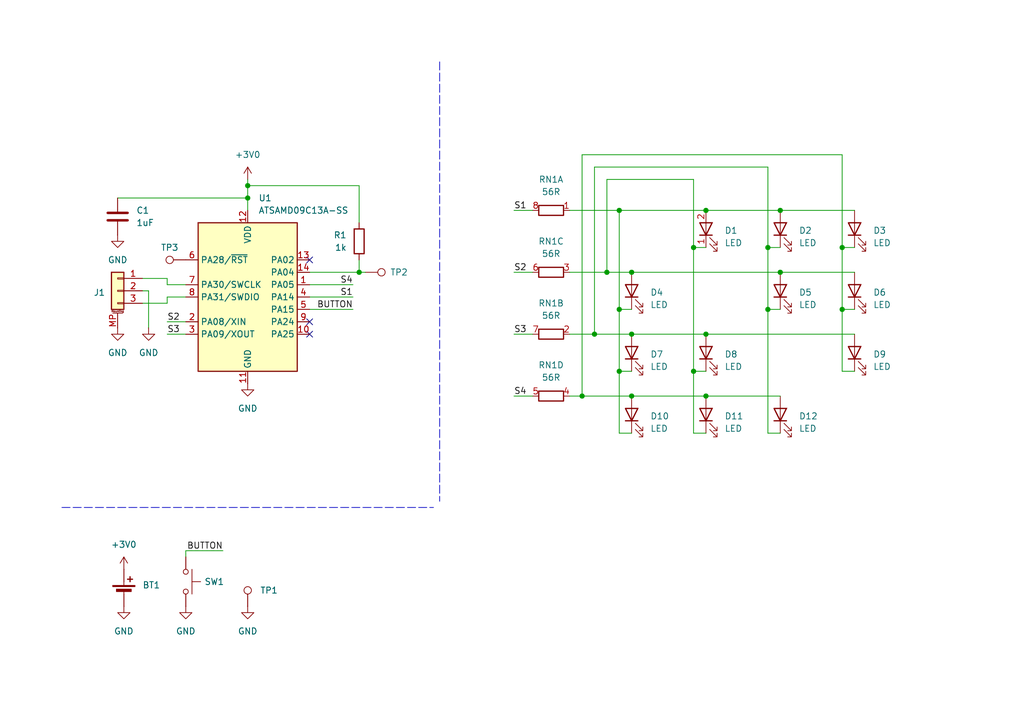
<source format=kicad_sch>
(kicad_sch (version 20250114) (generator "eeschema") (generator_version "9.0")
  (paper "A5")
  (title_block (title "Sewi Badge") (date "2025-02-22") (rev "v2"))
  (lib_symbols
    (symbol "Connector:TestPoint" (pin_numbers (hide yes)) (pin_names (offset 0.762) (hide yes))
      (property "Reference" "TP" (at 0 6.858 0))
      (property "Value" "TestPoint" (at 0 5.08 0))
      (symbol "TestPoint_0_1"
        (circle (center 0 3.302) (radius 0.762))
      )
      (symbol "TestPoint_1_1"
        (pin passive line (at 0 0 90) (length 2.54) (name "1") (number "1"))
      )
    )
    (symbol "Connector_Generic_MountingPin:Conn_01x03_MountingPin" (pin_names (offset 1.016) (hide yes))
      (property "Reference" "J" (at 0 5.08 0))
      (property "Value" "Conn_01x03_MountingPin" (at 1.27 -5.08 0))
      (symbol "Conn_01x03_MountingPin_1_1"
        (rectangle (start -1.27 3.81) (end 1.27 -3.81) (stroke (width 0.254)) (fill (type background)))
        (rectangle (start -1.27 2.667) (end 0 2.413) (stroke (width 0.1524)))
        (rectangle (start -1.27 0.127) (end 0 -0.127) (stroke (width 0.1524)))
        (rectangle (start -1.27 -2.413) (end 0 -2.667) (stroke (width 0.1524)))
        (polyline (pts (xy -1.016 -4.572) (xy 1.016 -4.572)) (stroke (width 0.1524)))
        (text "Mounting" (at 0 -4.191 0) (effects (font (size 0.381 0.381))))
        (pin passive line (at -5.08 2.54 0) (length 3.81) (name "Pin_1") (number "1"))
        (pin passive line (at -5.08 0 0) (length 3.81) (name "Pin_2") (number "2"))
        (pin passive line (at -5.08 -2.54 0) (length 3.81) (name "Pin_3") (number "3"))
        (pin passive line (at 0 -7.62 90) (length 3.048) (name "MountPin") (number "MP"))
      )
    )
    (symbol "Device:Battery_Cell" (pin_numbers (hide yes)) (pin_names (offset 0) (hide yes))
      (property "Reference" "BT" (at 2.54 2.54 0))
      (property "Value" "Battery_Cell" (at 2.54 0 0))
      (symbol "Battery_Cell_0_1"
        (rectangle (start -2.286 1.778) (end 2.286 1.524) (fill (type outline)))
        (rectangle (start -1.524 1.016) (end 1.524 0.508) (fill (type outline)))
        (polyline (pts (xy 0 1.778) (xy 0 2.54)))
        (polyline (pts (xy 0 0.762) (xy 0 0)))
        (polyline (pts (xy 0.762 3.048) (xy 1.778 3.048)) (stroke (width 0.254)))
        (polyline (pts (xy 1.27 3.556) (xy 1.27 2.54)) (stroke (width 0.254)))
      )
      (symbol "Battery_Cell_1_1"
        (pin passive line (at 0 5.08 270) (length 2.54) (name "+") (number "1"))
        (pin passive line (at 0 -2.54 90) (length 2.54) (name "-") (number "2"))
      )
    )
    (symbol "Device:C" (pin_numbers (hide yes)) (pin_names (offset 0.254))
      (property "Reference" "C" (at 0.635 2.54 0))
      (property "Value" "C" (at 0.635 -2.54 0))
      (symbol "C_0_1"
        (polyline (pts (xy -2.032 0.762) (xy 2.032 0.762)) (stroke (width 0.508)))
        (polyline (pts (xy -2.032 -0.762) (xy 2.032 -0.762)) (stroke (width 0.508)))
      )
      (symbol "C_1_1"
        (pin passive line (at 0 3.81 270) (length 2.794) (name "~") (number "1"))
        (pin passive line (at 0 -3.81 90) (length 2.794) (name "~") (number "2"))
      )
    )
    (symbol "Device:LED" (pin_numbers (hide yes)) (pin_names (offset 1.016) (hide yes))
      (property "Reference" "D" (at 0 2.54 0))
      (property "Value" "LED" (at 0 -2.54 0))
      (symbol "LED_0_1"
        (polyline (pts (xy -3.048 -0.762) (xy -4.572 -2.286) (xy -3.81 -2.286) (xy -4.572 -2.286) (xy -4.572 -1.524)))
        (polyline (pts (xy -1.778 -0.762) (xy -3.302 -2.286) (xy -2.54 -2.286) (xy -3.302 -2.286) (xy -3.302 -1.524)))
        (polyline (pts (xy -1.27 0) (xy 1.27 0)))
        (polyline (pts (xy -1.27 -1.27) (xy -1.27 1.27)) (stroke (width 0.254)))
        (polyline (pts (xy 1.27 -1.27) (xy 1.27 1.27) (xy -1.27 0) (xy 1.27 -1.27)) (stroke (width 0.254)))
      )
      (symbol "LED_1_1"
        (pin passive line (at -3.81 0 0) (length 2.54) (name "K") (number "1"))
        (pin passive line (at 3.81 0 180) (length 2.54) (name "A") (number "2"))
      )
    )
    (symbol "Device:R" (pin_numbers (hide yes)) (pin_names (offset 0))
      (property "Reference" "R" (at 2.032 0 90))
      (property "Value" "R" (at 0 0 90))
      (symbol "R_0_1"
        (rectangle (start -1.016 -2.54) (end 1.016 2.54) (stroke (width 0.254)))
      )
      (symbol "R_1_1"
        (pin passive line (at 0 3.81 270) (length 1.27) (name "~") (number "1"))
        (pin passive line (at 0 -3.81 90) (length 1.27) (name "~") (number "2"))
      )
    )
    (symbol "Device:R_Pack04_Split" (pin_names (offset 0) (hide yes))
      (property "Reference" "RN" (at 2.032 0 90))
      (property "Value" "R_Pack04_Split" (at 0 0 90))
      (symbol "R_Pack04_Split_0_1"
        (rectangle (start 1.016 2.54) (end -1.016 -2.54) (stroke (width 0.254)))
      )
      (symbol "R_Pack04_Split_1_1"
        (pin passive line (at 0 3.81 270) (length 1.27) (name "R1.2") (number "8"))
        (pin passive line (at 0 -3.81 90) (length 1.27) (name "R1.1") (number "1"))
      )
      (symbol "R_Pack04_Split_2_1"
        (pin passive line (at 0 3.81 270) (length 1.27) (name "R2.2") (number "7"))
        (pin passive line (at 0 -3.81 90) (length 1.27) (name "R2.1") (number "2"))
      )
      (symbol "R_Pack04_Split_3_1"
        (pin passive line (at 0 3.81 270) (length 1.27) (name "R3.2") (number "6"))
        (pin passive line (at 0 -3.81 90) (length 1.27) (name "R3.1") (number "3"))
      )
      (symbol "R_Pack04_Split_4_1"
        (pin passive line (at 0 3.81 270) (length 1.27) (name "R4.2") (number "5"))
        (pin passive line (at 0 -3.81 90) (length 1.27) (name "R4.1") (number "4"))
      )
    )
    (symbol "LED_1" (pin_names (offset 1.016) (hide yes))
      (property "Reference" "D" (at 0 2.54 0))
      (property "Value" "LED" (at 0 -2.54 0))
      (symbol "LED_1_0_1"
        (polyline (pts (xy -3.048 -0.762) (xy -4.572 -2.286) (xy -3.81 -2.286) (xy -4.572 -2.286) (xy -4.572 -1.524)))
        (polyline (pts (xy -1.778 -0.762) (xy -3.302 -2.286) (xy -2.54 -2.286) (xy -3.302 -2.286) (xy -3.302 -1.524)))
        (polyline (pts (xy -1.27 0) (xy 1.27 0)))
        (polyline (pts (xy -1.27 -1.27) (xy -1.27 1.27)) (stroke (width 0.254)))
        (polyline (pts (xy 1.27 -1.27) (xy 1.27 1.27) (xy -1.27 0) (xy 1.27 -1.27)) (stroke (width 0.254)))
      )
      (symbol "LED_1_1_1"
        (pin passive line (at -3.81 0 0) (length 2.54) (name "K") (number "1"))
        (pin passive line (at 3.81 0 180) (length 2.54) (name "A") (number "2"))
      )
    )
    (symbol "LED_2" (pin_numbers (hide yes)) (pin_names (offset 1.016) (hide yes))
      (property "Reference" "D" (at 0 2.54 0))
      (property "Value" "LED" (at 0 -2.54 0))
      (symbol "LED_2_0_1"
        (polyline (pts (xy -3.048 -0.762) (xy -4.572 -2.286) (xy -3.81 -2.286) (xy -4.572 -2.286) (xy -4.572 -1.524)))
        (polyline (pts (xy -1.778 -0.762) (xy -3.302 -2.286) (xy -2.54 -2.286) (xy -3.302 -2.286) (xy -3.302 -1.524)))
        (polyline (pts (xy -1.27 0) (xy 1.27 0)))
        (polyline (pts (xy -1.27 -1.27) (xy -1.27 1.27)) (stroke (width 0.254)))
        (polyline (pts (xy 1.27 -1.27) (xy 1.27 1.27) (xy -1.27 0) (xy 1.27 -1.27)) (stroke (width 0.254)))
      )
      (symbol "LED_2_1_1"
        (pin passive line (at -3.81 0 0) (length 2.54) (name "K") (number "1"))
        (pin passive line (at 3.81 0 180) (length 2.54) (name "A") (number "2"))
      )
    )
    (symbol "MCU_Microchip_SAMD:ATSAMD09C13A-SS"
      (property "Reference" "U" (at -10.16 16.51 0))
      (property "Value" "ATSAMD09C13A-SS" (at 1.27 16.51 0))
      (symbol "ATSAMD09C13A-SS_0_1"
        (rectangle (start -10.16 15.24) (end 10.16 -15.24) (stroke (width 0.254)) (fill (type background)))
      )
      (symbol "ATSAMD09C13A-SS_1_1"
        (pin bidirectional line (at -12.7 7.62 0) (length 2.54) (name "PA28/~{RST}") (number "6"))
        (pin bidirectional line (at -12.7 2.54 0) (length 2.54) (name "PA30/SWCLK") (number "7"))
        (pin bidirectional line (at -12.7 0 0) (length 2.54) (name "PA31/SWDIO") (number "8"))
        (pin bidirectional line (at -12.7 -5.08 0) (length 2.54) (name "PA08/XIN") (number "2"))
        (pin bidirectional line (at -12.7 -7.62 0) (length 2.54) (name "PA09/XOUT") (number "3"))
        (pin power_in line (at 0 17.78 270) (length 2.54) (name "VDD") (number "12"))
        (pin power_in line (at 0 -17.78 90) (length 2.54) (name "GND") (number "11"))
        (pin bidirectional line (at 12.7 7.62 180) (length 2.54) (name "PA02") (number "13"))
        (pin bidirectional line (at 12.7 5.08 180) (length 2.54) (name "PA04") (number "14"))
        (pin bidirectional line (at 12.7 2.54 180) (length 2.54) (name "PA05") (number "1"))
        (pin bidirectional line (at 12.7 0 180) (length 2.54) (name "PA14") (number "4"))
        (pin bidirectional line (at 12.7 -2.54 180) (length 2.54) (name "PA15") (number "5"))
        (pin bidirectional line (at 12.7 -5.08 180) (length 2.54) (name "PA24") (number "9"))
        (pin bidirectional line (at 12.7 -7.62 180) (length 2.54) (name "PA25") (number "10"))
      )
    )
    (symbol "Switch:SW_Push" (pin_numbers (hide yes)) (pin_names (offset 1.016) (hide yes))
      (property "Reference" "SW" (at 1.27 2.54 0))
      (property "Value" "SW_Push" (at 0 -1.524 0))
      (symbol "SW_Push_0_1"
        (circle (center -2.032 0) (radius 0.508))
        (polyline (pts (xy 0 1.27) (xy 0 3.048)))
        (circle (center 2.032 0) (radius 0.508))
        (polyline (pts (xy 2.54 1.27) (xy -2.54 1.27)))
        (pin passive line (at -5.08 0 0) (length 2.54) (name "1") (number "1"))
        (pin passive line (at 5.08 0 180) (length 2.54) (name "2") (number "2"))
      )
    )
    (symbol "power:+3V0" (power) (pin_numbers (hide yes)) (pin_names (offset 0) (hide yes))
      (property "Value" "+3V0" (at 0 3.556 0))
      (symbol "+3V0_0_1"
        (polyline (pts (xy -0.762 1.27) (xy 0 2.54)))
        (polyline (pts (xy 0 2.54) (xy 0.762 1.27)))
        (polyline (pts (xy 0 0) (xy 0 2.54)))
      )
      (symbol "+3V0_1_1"
        (pin power_in line (at 0 0 90) (length 0) (name "~") (number "1"))
      )
    )
    (symbol "power:GND" (power) (pin_numbers (hide yes)) (pin_names (offset 0) (hide yes))
      (property "Value" "GND" (at 0 -3.81 0))
      (symbol "GND_0_1"
        (polyline (pts (xy 0 0) (xy 0 -1.27) (xy 1.27 -1.27) (xy 0 -2.54) (xy -1.27 -1.27) (xy 0 -1.27)))
      )
      (symbol "GND_1_1"
        (pin power_in line (at 0 0 270) (length 0) (name "~") (number "1"))
      )
    )
  )
  (junction (at 121.92 68.58))
  (junction (at 160.02 55.88))
  (junction (at 172.72 63.5))
  (junction (at 127 76.2))
  (junction (at 157.48 50.8))
  (junction (at 129.54 68.58))
  (junction (at 50.8 38.1))
  (junction (at 157.48 63.5))
  (junction (at 119.38 81.28))
  (junction (at 50.8 40.64))
  (junction (at 142.24 76.2))
  (junction (at 144.78 81.28))
  (junction (at 160.02 43.18))
  (junction (at 129.54 55.88))
  (junction (at 129.54 81.28))
  (junction (at 127 43.18))
  (junction (at 124.46 55.88))
  (junction (at 73.66 55.88))
  (junction (at 144.78 43.18))
  (junction (at 172.72 50.8))
  (junction (at 144.78 68.58))
  (junction (at 142.24 50.8))
  (junction (at 127 63.5))
  (no_connect (at 63.5 53.34))
  (no_connect (at 63.5 66.04))
  (no_connect (at 63.5 68.58))
  (wire (pts (xy 160.02 43.18) (xy 175.26 43.18)))
  (wire (pts (xy 157.48 88.9) (xy 160.02 88.9)))
  (wire (pts (xy 124.46 55.88) (xy 129.54 55.88)))
  (wire (pts (xy 157.48 50.8) (xy 157.48 63.5)))
  (wire (pts (xy 50.8 36.83) (xy 50.8 38.1)))
  (wire (pts (xy 157.48 50.8) (xy 160.02 50.8)))
  (wire (pts (xy 119.38 81.28) (xy 129.54 81.28)))
  (polyline (pts (xy 12.7 104.14) (xy 88.9 104.14)) (stroke (width 0) (type dash)))
  (wire (pts (xy 105.41 81.28) (xy 109.22 81.28)))
  (wire (pts (xy 34.29 57.15) (xy 34.29 58.42)))
  (wire (pts (xy 34.29 68.58) (xy 38.1 68.58)))
  (wire (pts (xy 73.66 53.34) (xy 73.66 55.88)))
  (wire (pts (xy 30.48 59.69) (xy 30.48 67.31)))
  (wire (pts (xy 121.92 34.29) (xy 157.48 34.29)))
  (wire (pts (xy 142.24 76.2) (xy 144.78 76.2)))
  (wire (pts (xy 105.41 68.58) (xy 109.22 68.58)))
  (wire (pts (xy 116.84 68.58) (xy 121.92 68.58)))
  (wire (pts (xy 142.24 88.9) (xy 144.78 88.9)))
  (wire (pts (xy 157.48 34.29) (xy 157.48 50.8)))
  (wire (pts (xy 127 63.5) (xy 127 76.2)))
  (wire (pts (xy 63.5 55.88) (xy 73.66 55.88)))
  (wire (pts (xy 127 63.5) (xy 129.54 63.5)))
  (wire (pts (xy 172.72 31.75) (xy 172.72 50.8)))
  (wire (pts (xy 34.29 58.42) (xy 38.1 58.42)))
  (wire (pts (xy 73.66 38.1) (xy 73.66 45.72)))
  (wire (pts (xy 160.02 55.88) (xy 175.26 55.88)))
  (wire (pts (xy 144.78 68.58) (xy 175.26 68.58)))
  (wire (pts (xy 73.66 55.88) (xy 74.93 55.88)))
  (wire (pts (xy 29.21 57.15) (xy 34.29 57.15)))
  (polyline (pts (xy 90.17 12.7) (xy 90.17 102.87)) (stroke (width 0) (type dash)))
  (wire (pts (xy 129.54 68.58) (xy 144.78 68.58)))
  (wire (pts (xy 24.13 40.64) (xy 50.8 40.64)))
  (wire (pts (xy 127 76.2) (xy 127 88.9)))
  (wire (pts (xy 172.72 76.2) (xy 175.26 76.2)))
  (wire (pts (xy 124.46 36.83) (xy 142.24 36.83)))
  (wire (pts (xy 127 43.18) (xy 144.78 43.18)))
  (wire (pts (xy 29.21 59.69) (xy 30.48 59.69)))
  (wire (pts (xy 38.1 113.03) (xy 38.1 114.3)))
  (wire (pts (xy 172.72 63.5) (xy 172.72 76.2)))
  (wire (pts (xy 34.29 62.23) (xy 34.29 60.96)))
  (wire (pts (xy 50.8 40.64) (xy 50.8 43.18)))
  (wire (pts (xy 142.24 50.8) (xy 144.78 50.8)))
  (wire (pts (xy 29.21 62.23) (xy 34.29 62.23)))
  (wire (pts (xy 105.41 55.88) (xy 109.22 55.88)))
  (wire (pts (xy 172.72 63.5) (xy 175.26 63.5)))
  (wire (pts (xy 119.38 31.75) (xy 172.72 31.75)))
  (wire (pts (xy 50.8 38.1) (xy 50.8 40.64)))
  (wire (pts (xy 172.72 50.8) (xy 175.26 50.8)))
  (wire (pts (xy 127 76.2) (xy 129.54 76.2)))
  (wire (pts (xy 127 88.9) (xy 129.54 88.9)))
  (wire (pts (xy 45.72 113.03) (xy 38.1 113.03)))
  (wire (pts (xy 157.48 63.5) (xy 160.02 63.5)))
  (wire (pts (xy 72.39 58.42) (xy 63.5 58.42)))
  (wire (pts (xy 121.92 68.58) (xy 129.54 68.58)))
  (wire (pts (xy 127 43.18) (xy 127 63.5)))
  (wire (pts (xy 116.84 43.18) (xy 127 43.18)))
  (wire (pts (xy 142.24 36.83) (xy 142.24 50.8)))
  (wire (pts (xy 142.24 50.8) (xy 142.24 76.2)))
  (wire (pts (xy 116.84 81.28) (xy 119.38 81.28)))
  (wire (pts (xy 72.39 63.5) (xy 63.5 63.5)))
  (wire (pts (xy 34.29 66.04) (xy 38.1 66.04)))
  (wire (pts (xy 34.29 60.96) (xy 38.1 60.96)))
  (wire (pts (xy 105.41 43.18) (xy 109.22 43.18)))
  (wire (pts (xy 129.54 55.88) (xy 160.02 55.88)))
  (wire (pts (xy 172.72 50.8) (xy 172.72 63.5)))
  (wire (pts (xy 121.92 34.29) (xy 121.92 68.58)))
  (wire (pts (xy 124.46 36.83) (xy 124.46 55.88)))
  (wire (pts (xy 144.78 81.28) (xy 160.02 81.28)))
  (wire (pts (xy 144.78 43.18) (xy 160.02 43.18)))
  (wire (pts (xy 116.84 55.88) (xy 124.46 55.88)))
  (wire (pts (xy 119.38 31.75) (xy 119.38 81.28)))
  (wire (pts (xy 72.39 60.96) (xy 63.5 60.96)))
  (wire (pts (xy 157.48 63.5) (xy 157.48 88.9)))
  (wire (pts (xy 50.8 38.1) (xy 73.66 38.1)))
  (wire (pts (xy 129.54 81.28) (xy 144.78 81.28)))
  (wire (pts (xy 142.24 76.2) (xy 142.24 88.9)))
  (label "S1" (at 72.39 60.96 180))
  (label "BUTTON" (at 45.72 113.03 180))
  (label "S2" (at 34.29 66.04 0))
  (label "S3" (at 34.29 68.58 0))
  (label "S4" (at 105.41 81.28 0))
  (label "S1" (at 105.41 43.18 0))
  (label "BUTTON" (at 72.39 63.5 180))
  (label "S4" (at 72.39 58.42 180))
  (label "S2" (at 105.41 55.88 0))
  (label "S3" (at 105.41 68.58 0))
  (symbol (lib_id "Device:LED") (at 129.54 72.39 90) (unit 1)
    (property "Reference" "D7" (at 133.35 72.7074 90) (effects (justify right)))
    (property "Value" "LED" (at 133.35 75.2474 90) (effects (justify right)))
    (property "Footprint" "LED_SMD:LED_0603_1608Metric_Pad1.05x0.95mm_HandSolder" (effects (hide yes)))
    (property "Description" "Light emitting diode" (effects (hide yes)))
  )
  (symbol (lib_id "Connector:TestPoint") (at 74.93 55.88 270) (unit 1)
    (property "Reference" "TP2" (at 80.01 55.8799 90) (effects (justify left)))
    (property "Value" "TestPoint" (effects (hide yes)))
    (property "Footprint" "TestPoint:TestPoint_Keystone_5015_Micro-Minature" (effects (hide yes)))
    (property "Description" "test point" (effects (hide yes)))
  )
  (symbol (lib_id "Device:C") (at 24.13 44.45 0) (mirror y) (unit 1)
    (property "Reference" "C1" (at 27.94 43.1799 0) (effects (justify right)))
    (property "Value" "1uF" (at 27.94 45.7199 0) (effects (justify right)))
    (property "Footprint" "Capacitor_SMD:C_0402_1005Metric_Pad0.74x0.62mm_HandSolder" (effects (hide yes)))
    (property "Description" "Unpolarized capacitor" (effects (hide yes)))
  )
  (symbol (lib_id "Connector_Generic_MountingPin:Conn_01x03_MountingPin") (at 24.13 59.69 0) (mirror y) (unit 1)
    (property "Reference" "J1" (at 21.59 60.0455 0) (effects (justify left)))
    (property "Value" "Conn_01x03_MountingPin" (effects (hide yes)))
    (property "Footprint" "Connector_JST:JST_SH_SM03B-SRSS-TB_1x03-1MP_P1.00mm_Horizontal" (effects (hide yes)))
    (property "Description" "Generic connectable mounting pin connector, single row, 01x03, script generated (kicad-library-utils/schlib/autogen/connector/)" (effects (hide yes)))
  )
  (symbol (lib_name "LED_1") (lib_id "Device:LED") (at 144.78 46.99 90) (unit 1)
    (property "Reference" "D1" (at 148.59 47.3074 90) (effects (justify right)))
    (property "Value" "LED" (at 148.59 49.8474 90) (effects (justify right)))
    (property "Footprint" "LED_SMD:LED_0603_1608Metric_Pad1.05x0.95mm_HandSolder" (effects (hide yes)))
    (property "Description" "Light emitting diode" (effects (hide yes)))
  )
  (symbol (lib_id "Device:R_Pack04_Split") (at 113.03 68.58 90) (unit 2)
    (property "Reference" "RN1" (at 113.03 62.23 90))
    (property "Value" "56R" (at 113.03 64.77 90))
    (property "Footprint" "Resistor_SMD:R_Array_Concave_4x0603" (effects (hide yes)))
    (property "Description" "4 resistor network, parallel topology, split" (effects (hide yes)))
  )
  (symbol (lib_id "power:GND") (at 24.13 48.26 0) (unit 1)
    (property "Reference" "#PWR02" (effects (hide yes)))
    (property "Value" "GND" (at 24.13 53.34 0))
    (property "Description" "Power symbol creates a global label with name \"GND\" , ground" (effects (hide yes)))
  )
  (symbol (lib_id "Device:LED") (at 160.02 85.09 90) (unit 1)
    (property "Reference" "D12" (at 163.83 85.4074 90) (effects (justify right)))
    (property "Value" "LED" (at 163.83 87.9474 90) (effects (justify right)))
    (property "Footprint" "LED_SMD:LED_0603_1608Metric_Pad1.05x0.95mm_HandSolder" (effects (hide yes)))
    (property "Description" "Light emitting diode" (effects (hide yes)))
  )
  (symbol (lib_id "power:GND") (at 50.8 124.46 0) (unit 1)
    (property "Reference" "#PWR09" (effects (hide yes)))
    (property "Value" "GND" (at 50.8 129.54 0))
    (property "Description" "Power symbol creates a global label with name \"GND\" , ground" (effects (hide yes)))
  )
  (symbol (lib_id "Device:LED") (at 175.26 59.69 90) (unit 1)
    (property "Reference" "D6" (at 179.07 60.0074 90) (effects (justify right)))
    (property "Value" "LED" (at 179.07 62.5474 90) (effects (justify right)))
    (property "Footprint" "LED_SMD:LED_0603_1608Metric_Pad1.05x0.95mm_HandSolder" (effects (hide yes)))
    (property "Description" "Light emitting diode" (effects (hide yes)))
  )
  (symbol (lib_id "power:GND") (at 50.8 78.74 0) (unit 1)
    (property "Reference" "#PWR05" (effects (hide yes)))
    (property "Value" "GND" (at 50.8 83.82 0))
    (property "Description" "Power symbol creates a global label with name \"GND\" , ground" (effects (hide yes)))
  )
  (symbol (lib_id "Device:R_Pack04_Split") (at 113.03 55.88 90) (unit 3)
    (property "Reference" "RN1" (at 113.03 49.53 90))
    (property "Value" "56R" (at 113.03 52.07 90))
    (property "Footprint" "Resistor_SMD:R_Array_Concave_4x0603" (effects (hide yes)))
    (property "Description" "4 resistor network, parallel topology, split" (effects (hide yes)))
  )
  (symbol (lib_id "power:GND") (at 24.13 67.31 0) (unit 1)
    (property "Reference" "#PWR03" (effects (hide yes)))
    (property "Value" "GND" (at 24.13 72.39 0))
    (property "Description" "Power symbol creates a global label with name \"GND\" , ground" (effects (hide yes)))
  )
  (symbol (lib_id "power:+3V0") (at 50.8 36.83 0) (unit 1)
    (property "Reference" "#PWR01" (effects (hide yes)))
    (property "Value" "+3V0" (at 50.8 31.75 0))
    (property "Description" "Power symbol creates a global label with name \"+3V0\"" (effects (hide yes)))
  )
  (symbol (lib_id "Device:LED") (at 175.26 72.39 90) (unit 1)
    (property "Reference" "D9" (at 179.07 72.7074 90) (effects (justify right)))
    (property "Value" "LED" (at 179.07 75.2474 90) (effects (justify right)))
    (property "Footprint" "LED_SMD:LED_0603_1608Metric_Pad1.05x0.95mm_HandSolder" (effects (hide yes)))
    (property "Description" "Light emitting diode" (effects (hide yes)))
  )
  (symbol (lib_id "Device:LED") (at 144.78 85.09 90) (unit 1)
    (property "Reference" "D11" (at 148.59 85.4074 90) (effects (justify right)))
    (property "Value" "LED" (at 148.59 87.9474 90) (effects (justify right)))
    (property "Footprint" "LED_SMD:LED_0603_1608Metric_Pad1.05x0.95mm_HandSolder" (effects (hide yes)))
    (property "Description" "Light emitting diode" (effects (hide yes)))
  )
  (symbol (lib_id "Device:LED") (at 160.02 59.69 90) (unit 1)
    (property "Reference" "D5" (at 163.83 60.0074 90) (effects (justify right)))
    (property "Value" "LED" (at 163.83 62.5474 90) (effects (justify right)))
    (property "Footprint" "LED_SMD:LED_0603_1608Metric_Pad1.05x0.95mm_HandSolder" (effects (hide yes)))
    (property "Description" "Light emitting diode" (effects (hide yes)))
  )
  (symbol (lib_id "Device:LED") (at 129.54 85.09 90) (unit 1)
    (property "Reference" "D10" (at 133.35 85.4074 90) (effects (justify right)))
    (property "Value" "LED" (at 133.35 87.9474 90) (effects (justify right)))
    (property "Footprint" "LED_SMD:LED_0603_1608Metric_Pad1.05x0.95mm_HandSolder" (effects (hide yes)))
    (property "Description" "Light emitting diode" (effects (hide yes)))
  )
  (symbol (lib_id "Device:R") (at 73.66 49.53 0) (mirror x) (unit 1)
    (property "Reference" "R1" (at 71.12 48.2599 0) (effects (justify right)))
    (property "Value" "1k" (at 71.12 50.7999 0) (effects (justify right)))
    (property "Footprint" "Resistor_SMD:R_0402_1005Metric_Pad0.72x0.64mm_HandSolder" (effects (hide yes)))
    (property "Description" "Resistor" (effects (hide yes)))
  )
  (symbol (lib_id "Device:LED") (at 175.26 46.99 90) (unit 1)
    (property "Reference" "D3" (at 179.07 47.3074 90) (effects (justify right)))
    (property "Value" "LED" (at 179.07 49.8474 90) (effects (justify right)))
    (property "Footprint" "LED_SMD:LED_0603_1608Metric_Pad1.05x0.95mm_HandSolder" (effects (hide yes)))
    (property "Description" "Light emitting diode" (effects (hide yes)))
  )
  (symbol (lib_id "power:GND") (at 38.1 124.46 0) (unit 1)
    (property "Reference" "#PWR08" (effects (hide yes)))
    (property "Value" "GND" (at 38.1 129.54 0))
    (property "Description" "Power symbol creates a global label with name \"GND\" , ground" (effects (hide yes)))
  )
  (symbol (lib_id "Device:LED") (at 129.54 59.69 90) (unit 1)
    (property "Reference" "D4" (at 133.35 60.0074 90) (effects (justify right)))
    (property "Value" "LED" (at 133.35 62.5474 90) (effects (justify right)))
    (property "Footprint" "LED_SMD:LED_0603_1608Metric_Pad1.05x0.95mm_HandSolder" (effects (hide yes)))
    (property "Description" "Light emitting diode" (effects (hide yes)))
  )
  (symbol (lib_id "power:GND") (at 25.4 124.46 0) (unit 1)
    (property "Reference" "#PWR07" (effects (hide yes)))
    (property "Value" "GND" (at 25.4 129.54 0))
    (property "Description" "Power symbol creates a global label with name \"GND\" , ground" (effects (hide yes)))
  )
  (symbol (lib_id "Device:R_Pack04_Split") (at 113.03 81.28 90) (unit 4)
    (property "Reference" "RN1" (at 113.03 74.93 90))
    (property "Value" "56R" (at 113.03 77.47 90))
    (property "Footprint" "Resistor_SMD:R_Array_Concave_4x0603" (effects (hide yes)))
    (property "Description" "4 resistor network, parallel topology, split" (effects (hide yes)))
  )
  (symbol (lib_id "Switch:SW_Push") (at 38.1 119.38 270) (unit 1)
    (property "Reference" "SW1" (at 41.91 119.3799 90) (effects (justify left)))
    (property "Value" "SW_Push" (effects (hide yes)))
    (property "Footprint" "Button_Switch_SMD:SW_SPST_B3U-3000P" (effects (hide yes)))
    (property "Description" "Push button switch, generic, two pins" (effects (hide yes)))
  )
  (symbol (lib_id "power:+3V0") (at 25.4 116.84 0) (unit 1)
    (property "Reference" "#PWR06" (effects (hide yes)))
    (property "Value" "+3V0" (at 25.4 111.76 0))
    (property "Description" "Power symbol creates a global label with name \"+3V0\"" (effects (hide yes)))
  )
  (symbol (lib_name "LED_2") (lib_id "Device:LED") (at 160.02 46.99 90) (unit 1)
    (property "Reference" "D2" (at 163.83 47.3074 90) (effects (justify right)))
    (property "Value" "LED" (at 163.83 49.8474 90) (effects (justify right)))
    (property "Footprint" "LED_SMD:LED_0603_1608Metric_Pad1.05x0.95mm_HandSolder" (effects (hide yes)))
    (property "Description" "Light emitting diode" (effects (hide yes)))
  )
  (symbol (lib_id "Connector:TestPoint") (at 38.1 53.34 90) (unit 1)
    (property "Reference" "TP3" (at 34.798 50.8 90))
    (property "Value" "TestPoint" (effects (hide yes)))
    (property "Footprint" "TestPoint:TestPoint_Pad_D2.0mm" (effects (hide yes)))
    (property "Description" "test point" (effects (hide yes)))
  )
  (symbol (lib_id "MCU_Microchip_SAMD:ATSAMD09C13A-SS") (at 50.8 60.96 0) (unit 1)
    (property "Reference" "U1" (at 52.9941 40.64 0) (effects (justify left)))
    (property "Value" "ATSAMD09C13A-SS" (at 52.9941 43.18 0) (effects (justify left)))
    (property "Footprint" "Package_SO:SOIC-14_3.9x8.7mm_P1.27mm" (effects (hide yes)))
    (property "Datasheet" "http://ww1.microchip.com/downloads/en/DeviceDoc/Atmel-42414-SAM-D09_Datasheet.pdf" (effects (hide yes)))
    (property "Description" "ARM Cortex-M0+ MCU, 48MHz, 8KB Flash, 4KB RAM, 2.4-3.6V, 12 GPIO, SOIC-14" (effects (hide yes)))
  )
  (symbol (lib_id "Device:LED") (at 144.78 72.39 90) (unit 1)
    (property "Reference" "D8" (at 148.59 72.7074 90) (effects (justify right)))
    (property "Value" "LED" (at 148.59 75.2474 90) (effects (justify right)))
    (property "Footprint" "LED_SMD:LED_0603_1608Metric_Pad1.05x0.95mm_HandSolder" (effects (hide yes)))
    (property "Description" "Light emitting diode" (effects (hide yes)))
  )
  (symbol (lib_id "Device:R_Pack04_Split") (at 113.03 43.18 90) (unit 1)
    (property "Reference" "RN1" (at 113.03 36.83 90))
    (property "Value" "56R" (at 113.03 39.37 90))
    (property "Footprint" "Resistor_SMD:R_Array_Concave_4x0603" (effects (hide yes)))
    (property "Description" "4 resistor network, parallel topology, split" (effects (hide yes)))
  )
  (symbol (lib_id "Connector:TestPoint") (at 50.8 124.46 0) (mirror y) (unit 1)
    (property "Reference" "TP1" (at 53.34 121.1579 0) (effects (justify right)))
    (property "Value" "TestPoint" (effects (hide yes)))
    (property "Footprint" "TestPoint:TestPoint_Keystone_5015_Micro-Minature" (effects (hide yes)))
    (property "Description" "test point" (effects (hide yes)))
  )
  (symbol (lib_id "Device:Battery_Cell") (at 25.4 121.92 0) (unit 1)
    (property "Reference" "BT1" (at 29.21 120.0784 0) (effects (justify left)))
    (property "Value" "Battery_Cell" (effects (hide yes)))
    (property "Footprint" "Battery:BatteryHolder_Keystone_3034_1x20mm" (effects (hide yes)))
    (property "Description" "Single-cell battery" (effects (hide yes)))
  )
  (symbol (lib_id "power:GND") (at 30.48 67.31 0) (unit 1)
    (property "Reference" "#PWR04" (effects (hide yes)))
    (property "Value" "GND" (at 30.48 72.39 0))
    (property "Description" "Power symbol creates a global label with name \"GND\" , ground" (effects (hide yes)))
  )
)
</source>
